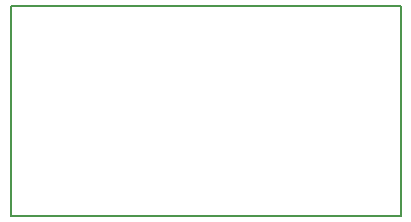
<source format=gm1>
G04 #@! TF.GenerationSoftware,KiCad,Pcbnew,(5.0.0)*
G04 #@! TF.CreationDate,2018-10-21T19:05:11+02:00*
G04 #@! TF.ProjectId,mibo20_stm32,6D69626F32305F73746D33322E6B6963,V1.0*
G04 #@! TF.SameCoordinates,PX8198450PY53920b0*
G04 #@! TF.FileFunction,Profile,NP*
%FSLAX46Y46*%
G04 Gerber Fmt 4.6, Leading zero omitted, Abs format (unit mm)*
G04 Created by KiCad (PCBNEW (5.0.0)) date 10/21/18 19:05:11*
%MOMM*%
%LPD*%
G01*
G04 APERTURE LIST*
%ADD10C,0.150000*%
G04 APERTURE END LIST*
D10*
X33020000Y-17780000D02*
X33020000Y0D01*
X0Y-17780000D02*
X33020000Y-17780000D01*
X0Y0D02*
X0Y-17780000D01*
X33020000Y0D02*
X0Y0D01*
M02*

</source>
